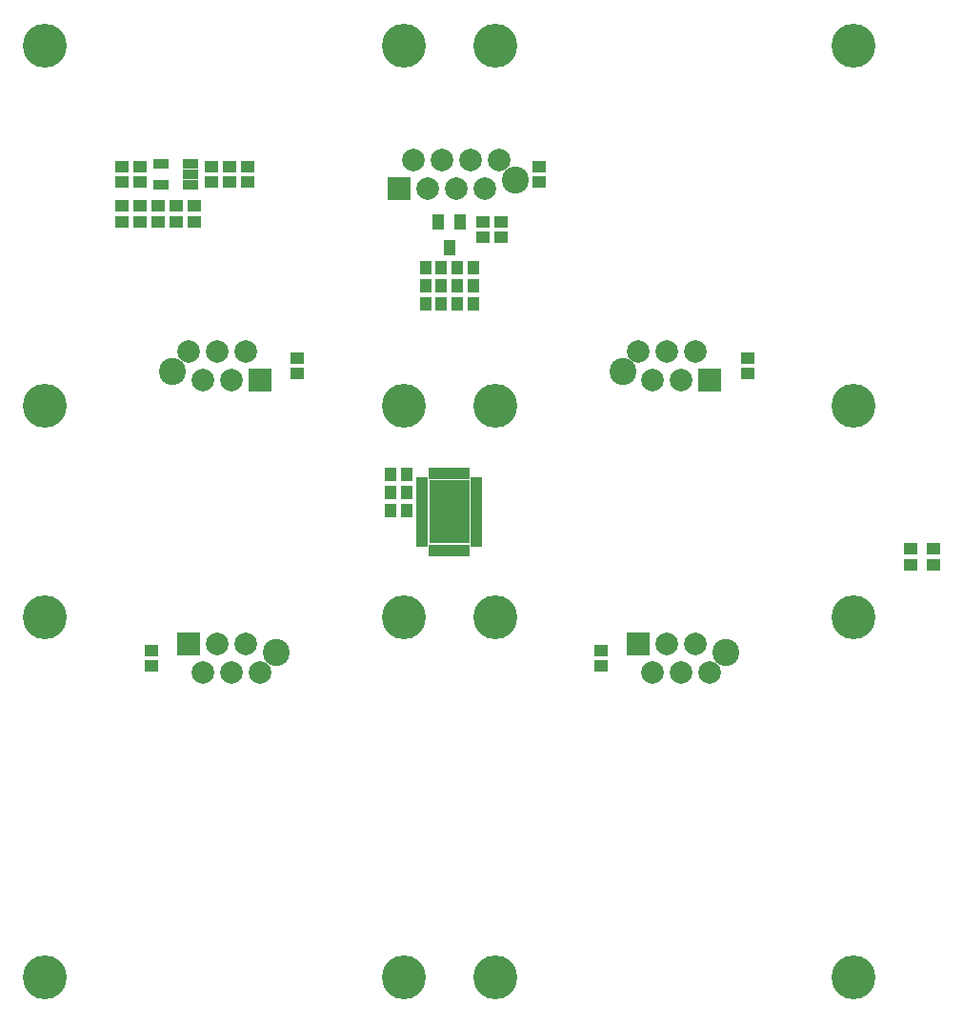
<source format=gbr>
G04 #@! TF.FileFunction,Soldermask,Bot*
%FSLAX46Y46*%
G04 Gerber Fmt 4.6, Leading zero omitted, Abs format (unit mm)*
G04 Created by KiCad (PCBNEW 4.0.7) date 2019 March 19, Tuesday 10:43:39*
%MOMM*%
%LPD*%
G01*
G04 APERTURE LIST*
%ADD10C,0.150000*%
%ADD11R,1.200000X1.100000*%
%ADD12R,1.100000X1.200000*%
%ADD13C,3.900000*%
%ADD14R,2.000000X2.000000*%
%ADD15C,2.000000*%
%ADD16C,2.400000*%
%ADD17R,1.100000X0.650000*%
%ADD18R,0.650000X1.100000*%
%ADD19R,3.550000X5.550000*%
%ADD20R,1.400000X0.900000*%
%ADD21R,1.000000X1.400000*%
G04 APERTURE END LIST*
D10*
D11*
X49600000Y-20600000D03*
X49600000Y-19200000D03*
D12*
X45700000Y-24900000D03*
X47100000Y-24900000D03*
D13*
X80950000Y-86400000D03*
X49050000Y-86400000D03*
X49050000Y-54400000D03*
X80950000Y-54400000D03*
X49050000Y-3600000D03*
X80950000Y-3600000D03*
X80950000Y-35600000D03*
X49050000Y-35600000D03*
D14*
X28175000Y-33270000D03*
D15*
X26905000Y-30730000D03*
X25635000Y-33270000D03*
X24365000Y-30730000D03*
X23095000Y-33270000D03*
X21825000Y-30730000D03*
D16*
X20425000Y-32530000D03*
D14*
X68175000Y-33270000D03*
D15*
X66905000Y-30730000D03*
X65635000Y-33270000D03*
X64365000Y-30730000D03*
X63095000Y-33270000D03*
X61825000Y-30730000D03*
D16*
X60425000Y-32530000D03*
D13*
X40950000Y-86400000D03*
X9050000Y-86400000D03*
X9050000Y-54400000D03*
X40950000Y-54400000D03*
D17*
X47400000Y-42250000D03*
X47400000Y-42750000D03*
X47400000Y-43250000D03*
X47400000Y-43750000D03*
X47400000Y-44250000D03*
X47400000Y-44750000D03*
X47400000Y-45250000D03*
X47400000Y-45750000D03*
D18*
X46500000Y-48400000D03*
X46000000Y-48400000D03*
X45500000Y-48400000D03*
X45000000Y-48400000D03*
X44500000Y-48400000D03*
X44000000Y-48400000D03*
X43500000Y-48400000D03*
D17*
X42600000Y-47750000D03*
X42600000Y-47250000D03*
X42600000Y-46750000D03*
X42600000Y-46250000D03*
X42600000Y-45750000D03*
X42600000Y-45250000D03*
X42600000Y-44750000D03*
X42600000Y-44250000D03*
D18*
X43500000Y-41600000D03*
X44000000Y-41600000D03*
X44500000Y-41600000D03*
X45000000Y-41600000D03*
X45500000Y-41600000D03*
X46000000Y-41600000D03*
X46500000Y-41600000D03*
D19*
X45000000Y-45000000D03*
D17*
X47400000Y-46250000D03*
X47400000Y-47750000D03*
X47400000Y-47250000D03*
X47400000Y-46750000D03*
X42600000Y-42250000D03*
X42600000Y-43750000D03*
X42600000Y-42750000D03*
X42600000Y-43250000D03*
D11*
X58500000Y-58700000D03*
X58500000Y-57300000D03*
X23900000Y-14300000D03*
X23900000Y-15700000D03*
X25500000Y-14300000D03*
X25500000Y-15700000D03*
X88000000Y-48300000D03*
X88000000Y-49700000D03*
X15900000Y-14300000D03*
X15900000Y-15700000D03*
X86000000Y-48300000D03*
X86000000Y-49700000D03*
X17500000Y-14300000D03*
X17500000Y-15700000D03*
D12*
X41200000Y-43300000D03*
X39800000Y-43300000D03*
D11*
X17500000Y-19200000D03*
X17500000Y-17800000D03*
X19100000Y-19200000D03*
X19100000Y-17800000D03*
X53000000Y-14300000D03*
X53000000Y-15700000D03*
X71500000Y-31300000D03*
X71500000Y-32700000D03*
X18500000Y-58700000D03*
X18500000Y-57300000D03*
X31500000Y-31300000D03*
X31500000Y-32700000D03*
D12*
X41200000Y-41700000D03*
X39800000Y-41700000D03*
D20*
X22000000Y-14050000D03*
X22000000Y-15000000D03*
X22000000Y-15950000D03*
X19400000Y-15950000D03*
X19400000Y-14050000D03*
D11*
X15900000Y-17800000D03*
X15900000Y-19200000D03*
D14*
X61825000Y-56730000D03*
D15*
X63095000Y-59270000D03*
X64365000Y-56730000D03*
X65635000Y-59270000D03*
X66905000Y-56730000D03*
X68175000Y-59270000D03*
D16*
X69575000Y-57470000D03*
D14*
X21825000Y-56730000D03*
D15*
X23095000Y-59270000D03*
X24365000Y-56730000D03*
X25635000Y-59270000D03*
X26905000Y-56730000D03*
X28175000Y-59270000D03*
D16*
X29575000Y-57470000D03*
D14*
X40555000Y-16270000D03*
D15*
X41825000Y-13730000D03*
X43095000Y-16270000D03*
X44365000Y-13730000D03*
X45635000Y-16270000D03*
X46905000Y-13730000D03*
X48175000Y-16270000D03*
X49445000Y-13730000D03*
D16*
X50845000Y-15530000D03*
D21*
X44050000Y-19250000D03*
X45950000Y-19250000D03*
X45000000Y-21550000D03*
D11*
X27100000Y-15700000D03*
X27100000Y-14300000D03*
X20700000Y-19200000D03*
X20700000Y-17800000D03*
X22300000Y-19200000D03*
X22300000Y-17800000D03*
X48000000Y-20600000D03*
X48000000Y-19200000D03*
D12*
X42900000Y-26500000D03*
X44300000Y-26500000D03*
X45700000Y-26500000D03*
X47100000Y-26500000D03*
X42900000Y-24900000D03*
X44300000Y-24900000D03*
X42900000Y-23300000D03*
X44300000Y-23300000D03*
X45700000Y-23300000D03*
X47100000Y-23300000D03*
D13*
X9050000Y-3600000D03*
X40950000Y-3600000D03*
X40950000Y-35600000D03*
X9050000Y-35600000D03*
D12*
X41200000Y-44900000D03*
X39800000Y-44900000D03*
M02*

</source>
